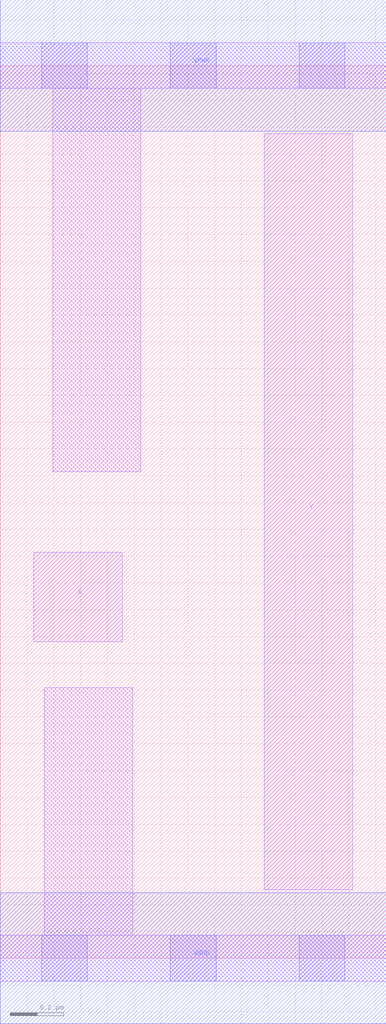
<source format=lef>
# Copyright 2020 The SkyWater PDK Authors
#
# Licensed under the Apache License, Version 2.0 (the "License");
# you may not use this file except in compliance with the License.
# You may obtain a copy of the License at
#
#     https://www.apache.org/licenses/LICENSE-2.0
#
# Unless required by applicable law or agreed to in writing, software
# distributed under the License is distributed on an "AS IS" BASIS,
# WITHOUT WARRANTIES OR CONDITIONS OF ANY KIND, either express or implied.
# See the License for the specific language governing permissions and
# limitations under the License.
#
# SPDX-License-Identifier: Apache-2.0

VERSION 5.7 ;
  NAMESCASESENSITIVE ON ;
  NOWIREEXTENSIONATPIN ON ;
  DIVIDERCHAR "/" ;
  BUSBITCHARS "[]" ;
UNITS
  DATABASE MICRONS 200 ;
END UNITS
MACRO sky130_fd_sc_lp__invlp_1
  CLASS CORE ;
  SOURCE USER ;
  FOREIGN sky130_fd_sc_lp__invlp_1 ;
  ORIGIN  0.000000  0.000000 ;
  SIZE  1.440000 BY  3.330000 ;
  SYMMETRY X Y R90 ;
  SITE unit ;
  PIN A
    ANTENNAGATEAREA  0.630000 ;
    DIRECTION INPUT ;
    USE SIGNAL ;
    PORT
      LAYER li1 ;
        RECT 0.125000 1.180000 0.455000 1.515000 ;
    END
  END A
  PIN Y
    ANTENNADIFFAREA  0.598500 ;
    DIRECTION OUTPUT ;
    USE SIGNAL ;
    PORT
      LAYER li1 ;
        RECT 0.985000 0.255000 1.315000 3.075000 ;
    END
  END Y
  PIN VGND
    DIRECTION INOUT ;
    USE GROUND ;
    PORT
      LAYER met1 ;
        RECT 0.000000 -0.245000 1.440000 0.245000 ;
    END
  END VGND
  PIN VPWR
    DIRECTION INOUT ;
    USE POWER ;
    PORT
      LAYER met1 ;
        RECT 0.000000 3.085000 1.440000 3.575000 ;
    END
  END VPWR
  OBS
    LAYER li1 ;
      RECT 0.000000 -0.085000 1.440000 0.085000 ;
      RECT 0.000000  3.245000 1.440000 3.415000 ;
      RECT 0.165000  0.085000 0.495000 1.010000 ;
      RECT 0.195000  1.815000 0.525000 3.245000 ;
    LAYER mcon ;
      RECT 0.155000 -0.085000 0.325000 0.085000 ;
      RECT 0.155000  3.245000 0.325000 3.415000 ;
      RECT 0.635000 -0.085000 0.805000 0.085000 ;
      RECT 0.635000  3.245000 0.805000 3.415000 ;
      RECT 1.115000 -0.085000 1.285000 0.085000 ;
      RECT 1.115000  3.245000 1.285000 3.415000 ;
  END
END sky130_fd_sc_lp__invlp_1

</source>
